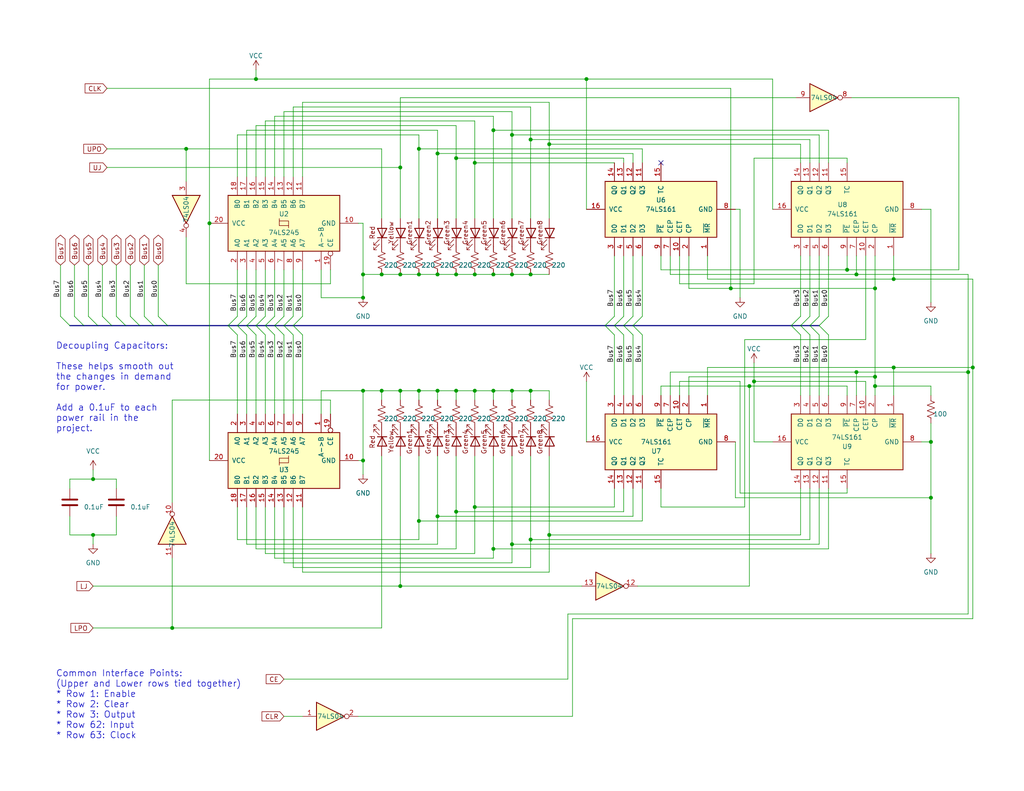
<source format=kicad_sch>
(kicad_sch (version 20211123) (generator eeschema)
  (paper "USLetter")
  (title_block (title "Program Counter Module") (date "2022-01-28") (rev "1.0"))
  (junction (at 254 120.65))
  (junction (at 134.62 74.93))
  (junction (at 104.14 106.68))
  (junction (at 139.7 36.83))
  (junction (at 25.4 146.05))
  (junction (at 129.54 44.45))
  (junction (at 149.86 39.37))
  (junction (at 109.22 74.93))
  (junction (at 233.68 101.6))
  (junction (at 104.14 74.93))
  (junction (at 119.38 41.91))
  (junction (at 99.06 106.68))
  (junction (at 243.84 76.2))
  (junction (at 139.7 74.93))
  (junction (at 99.06 74.93))
  (junction (at 129.54 106.68))
  (junction (at 265.43 100.33))
  (junction (at 238.76 78.74))
  (junction (at 69.85 21.59))
  (junction (at 231.14 73.66))
  (junction (at 264.16 101.6))
  (junction (at 99.06 125.73))
  (junction (at 243.84 100.33))
  (junction (at 205.74 104.14))
  (junction (at 238.76 102.87))
  (junction (at 139.7 106.68))
  (junction (at 254 135.89))
  (junction (at 129.54 74.93))
  (junction (at 199.39 78.74))
  (junction (at 109.22 106.68))
  (junction (at 144.78 147.32))
  (junction (at 25.4 130.81))
  (junction (at 119.38 106.68))
  (junction (at 114.3 74.93))
  (junction (at 160.02 21.59))
  (junction (at 114.3 142.24))
  (junction (at 119.38 74.93))
  (junction (at 144.78 74.93))
  (junction (at 134.62 149.86))
  (junction (at 119.38 140.97))
  (junction (at 109.22 45.72))
  (junction (at 57.15 60.96))
  (junction (at 114.3 40.64))
  (junction (at 139.7 148.59))
  (junction (at 144.78 106.68))
  (junction (at 124.46 106.68))
  (junction (at 149.86 146.05))
  (junction (at 144.78 38.1))
  (junction (at 124.46 139.7))
  (junction (at 129.54 138.43))
  (junction (at 114.3 106.68))
  (junction (at 233.68 74.93))
  (junction (at 238.76 105.41))
  (junction (at 50.8 40.64))
  (junction (at 46.99 171.45))
  (junction (at 99.06 81.28))
  (junction (at 109.22 160.02))
  (junction (at 204.47 105.41))
  (junction (at 124.46 43.18))
  (junction (at 134.62 35.56))
  (junction (at 124.46 74.93))
  (junction (at 134.62 106.68))
  (no_connect (at 180.34 44.45))
  (bus_entry (at 64.77 86.36) (size -2.54 2.54))
  (bus_entry (at 220.98 86.36) (size -2.54 2.54))
  (bus_entry (at 218.44 88.9) (size 2.54 2.54))
  (bus_entry (at 39.37 86.36) (size 2.54 2.54))
  (bus_entry (at 43.18 86.36) (size 2.54 2.54))
  (bus_entry (at 20.32 86.36) (size 2.54 2.54))
  (bus_entry (at 24.13 86.36) (size 2.54 2.54))
  (bus_entry (at 27.94 86.36) (size 2.54 2.54))
  (bus_entry (at 35.56 86.36) (size 2.54 2.54))
  (bus_entry (at 31.75 86.36) (size 2.54 2.54))
  (bus_entry (at 223.52 88.9) (size 2.54 2.54))
  (bus_entry (at 167.64 88.9) (size 2.54 2.54))
  (bus_entry (at 170.18 88.9) (size 2.54 2.54))
  (bus_entry (at 226.06 86.36) (size -2.54 2.54))
  (bus_entry (at 69.85 88.9) (size 2.54 2.54))
  (bus_entry (at 80.01 88.9) (size 2.54 2.54))
  (bus_entry (at 220.98 88.9) (size 2.54 2.54))
  (bus_entry (at 223.52 86.36) (size -2.54 2.54))
  (bus_entry (at 64.77 88.9) (size 2.54 2.54))
  (bus_entry (at 77.47 88.9) (size 2.54 2.54))
  (bus_entry (at 72.39 88.9) (size 2.54 2.54))
  (bus_entry (at 170.18 86.36) (size -2.54 2.54))
  (bus_entry (at 172.72 86.36) (size -2.54 2.54))
  (bus_entry (at 175.26 86.36) (size -2.54 2.54))
  (bus_entry (at 167.64 86.36) (size -2.54 2.54))
  (bus_entry (at 165.1 88.9) (size 2.54 2.54))
  (bus_entry (at 218.44 86.36) (size -2.54 2.54))
  (bus_entry (at 16.51 86.36) (size 2.54 2.54))
  (bus_entry (at 62.23 88.9) (size 2.54 2.54))
  (bus_entry (at 67.31 88.9) (size 2.54 2.54))
  (bus_entry (at 215.9 88.9) (size 2.54 2.54))
  (bus_entry (at 172.72 88.9) (size 2.54 2.54))
  (bus_entry (at 74.93 88.9) (size 2.54 2.54))
  (bus_entry (at 72.39 86.36) (size -2.54 2.54))
  (bus_entry (at 69.85 86.36) (size -2.54 2.54))
  (bus_entry (at 67.31 86.36) (size -2.54 2.54))
  (bus_entry (at 82.55 86.36) (size -2.54 2.54))
  (bus_entry (at 74.93 86.36) (size -2.54 2.54))
  (bus_entry (at 80.01 86.36) (size -2.54 2.54))
  (bus_entry (at 77.47 86.36) (size -2.54 2.54))
  (wire (pts (xy 182.88 69.85) (xy 182.88 74.93)))
  (wire (pts (xy 226.06 35.56) (xy 134.62 35.56)))
  (wire (pts (xy 46.99 109.22) (xy 46.99 137.16)))
  (bus (pts (xy 218.44 88.9) (xy 220.98 88.9)))
  (wire (pts (xy 119.38 140.97) (xy 172.72 140.97)))
  (wire (pts (xy 31.75 72.39) (xy 31.75 86.36)))
  (wire (pts (xy 236.22 92.71) (xy 203.2 92.71)))
  (bus (pts (xy 62.23 88.9) (xy 64.77 88.9)))
  (wire (pts (xy 226.06 69.85) (xy 226.06 86.36)))
  (wire (pts (xy 218.44 146.05) (xy 149.86 146.05)))
  (wire (pts (xy 185.42 77.47) (xy 185.42 69.85)))
  (wire (pts (xy 205.74 104.14) (xy 205.74 120.65)))
  (wire (pts (xy 114.3 36.83) (xy 114.3 40.64)))
  (wire (pts (xy 99.06 81.28) (xy 99.06 74.93)))
  (bus (pts (xy 172.72 88.9) (xy 215.9 88.9)))
  (wire (pts (xy 104.14 171.45) (xy 104.14 124.46)))
  (wire (pts (xy 199.39 24.13) (xy 199.39 78.74)))
  (wire (pts (xy 238.76 105.41) (xy 254 105.41)))
  (wire (pts (xy 175.26 133.35) (xy 175.26 142.24)))
  (wire (pts (xy 139.7 36.83) (xy 139.7 30.48)))
  (wire (pts (xy 193.04 69.85) (xy 193.04 76.2)))
  (bus (pts (xy 215.9 88.9) (xy 218.44 88.9)))
  (wire (pts (xy 264.16 74.93) (xy 264.16 101.6)))
  (wire (pts (xy 72.39 73.66) (xy 72.39 86.36)))
  (wire (pts (xy 119.38 106.68) (xy 119.38 109.22)))
  (wire (pts (xy 69.85 21.59) (xy 160.02 21.59)))
  (wire (pts (xy 172.72 133.35) (xy 172.72 140.97)))
  (wire (pts (xy 170.18 133.35) (xy 170.18 139.7)))
  (wire (pts (xy 160.02 21.59) (xy 160.02 57.15)))
  (wire (pts (xy 210.82 21.59) (xy 210.82 57.15)))
  (wire (pts (xy 226.06 133.35) (xy 226.06 149.86)))
  (wire (pts (xy 144.78 59.69) (xy 144.78 38.1)))
  (wire (pts (xy 87.63 73.66) (xy 87.63 81.28)))
  (wire (pts (xy 67.31 148.59) (xy 119.38 148.59)))
  (wire (pts (xy 119.38 124.46) (xy 119.38 140.97)))
  (wire (pts (xy 31.75 140.97) (xy 31.75 146.05)))
  (wire (pts (xy 231.14 105.41) (xy 204.47 105.41)))
  (wire (pts (xy 77.47 138.43) (xy 77.47 153.67)))
  (wire (pts (xy 139.7 74.93) (xy 144.78 74.93)))
  (wire (pts (xy 134.62 106.68) (xy 129.54 106.68)))
  (wire (pts (xy 16.51 72.39) (xy 16.51 86.36)))
  (wire (pts (xy 80.01 154.94) (xy 144.78 154.94)))
  (wire (pts (xy 74.93 31.75) (xy 74.93 48.26)))
  (wire (pts (xy 50.8 77.47) (xy 90.17 77.47)))
  (wire (pts (xy 82.55 91.44) (xy 82.55 113.03)))
  (wire (pts (xy 19.05 133.35) (xy 19.05 130.81)))
  (wire (pts (xy 67.31 148.59) (xy 67.31 138.43)))
  (wire (pts (xy 265.43 76.2) (xy 265.43 100.33)))
  (wire (pts (xy 69.85 34.29) (xy 124.46 34.29)))
  (wire (pts (xy 220.98 44.45) (xy 220.98 38.1)))
  (wire (pts (xy 69.85 149.86) (xy 124.46 149.86)))
  (bus (pts (xy 74.93 88.9) (xy 77.47 88.9)))
  (wire (pts (xy 149.86 146.05) (xy 149.86 156.21)))
  (wire (pts (xy 19.05 140.97) (xy 19.05 146.05)))
  (wire (pts (xy 20.32 72.39) (xy 20.32 86.36)))
  (wire (pts (xy 90.17 109.22) (xy 90.17 113.03)))
  (wire (pts (xy 220.98 147.32) (xy 144.78 147.32)))
  (wire (pts (xy 201.93 57.15) (xy 201.93 81.28)))
  (wire (pts (xy 82.55 138.43) (xy 82.55 156.21)))
  (wire (pts (xy 149.86 124.46) (xy 149.86 146.05)))
  (wire (pts (xy 193.04 100.33) (xy 193.04 107.95)))
  (wire (pts (xy 119.38 41.91) (xy 172.72 41.91)))
  (wire (pts (xy 134.62 149.86) (xy 134.62 152.4)))
  (wire (pts (xy 154.94 185.42) (xy 154.94 167.64)))
  (wire (pts (xy 226.06 149.86) (xy 134.62 149.86)))
  (wire (pts (xy 205.74 43.18) (xy 205.74 77.47)))
  (wire (pts (xy 109.22 106.68) (xy 104.14 106.68)))
  (wire (pts (xy 99.06 106.68) (xy 99.06 125.73)))
  (wire (pts (xy 154.94 167.64) (xy 264.16 167.64)))
  (wire (pts (xy 243.84 100.33) (xy 193.04 100.33)))
  (wire (pts (xy 172.72 91.44) (xy 172.72 107.95)))
  (wire (pts (xy 134.62 124.46) (xy 134.62 149.86)))
  (wire (pts (xy 199.39 78.74) (xy 187.96 78.74)))
  (wire (pts (xy 97.79 60.96) (xy 99.06 60.96)))
  (wire (pts (xy 129.54 44.45) (xy 167.64 44.45)))
  (bus (pts (xy 38.1 88.9) (xy 41.91 88.9)))
  (wire (pts (xy 129.54 124.46) (xy 129.54 138.43)))
  (wire (pts (xy 254 115.57) (xy 254 120.65)))
  (wire (pts (xy 238.76 78.74) (xy 238.76 102.87)))
  (wire (pts (xy 25.4 160.02) (xy 109.22 160.02)))
  (wire (pts (xy 97.79 195.58) (xy 156.21 195.58)))
  (wire (pts (xy 205.74 104.14) (xy 236.22 104.14)))
  (wire (pts (xy 39.37 72.39) (xy 39.37 86.36)))
  (wire (pts (xy 31.75 130.81) (xy 31.75 133.35)))
  (wire (pts (xy 64.77 147.32) (xy 114.3 147.32)))
  (wire (pts (xy 226.06 91.44) (xy 226.06 107.95)))
  (wire (pts (xy 43.18 72.39) (xy 43.18 86.36)))
  (wire (pts (xy 205.74 120.65) (xy 210.82 120.65)))
  (wire (pts (xy 149.86 39.37) (xy 149.86 27.94)))
  (wire (pts (xy 182.88 74.93) (xy 233.68 74.93)))
  (bus (pts (xy 30.48 88.9) (xy 34.29 88.9)))
  (wire (pts (xy 185.42 104.14) (xy 185.42 107.95)))
  (wire (pts (xy 233.68 74.93) (xy 264.16 74.93)))
  (wire (pts (xy 77.47 153.67) (xy 139.7 153.67)))
  (wire (pts (xy 74.93 91.44) (xy 74.93 113.03)))
  (wire (pts (xy 265.43 168.91) (xy 265.43 100.33)))
  (wire (pts (xy 119.38 74.93) (xy 124.46 74.93)))
  (wire (pts (xy 104.14 106.68) (xy 99.06 106.68)))
  (wire (pts (xy 109.22 160.02) (xy 158.75 160.02)))
  (wire (pts (xy 265.43 100.33) (xy 243.84 100.33)))
  (wire (pts (xy 90.17 77.47) (xy 90.17 73.66)))
  (wire (pts (xy 124.46 106.68) (xy 124.46 109.22)))
  (wire (pts (xy 109.22 124.46) (xy 109.22 160.02)))
  (wire (pts (xy 199.39 78.74) (xy 238.76 78.74)))
  (wire (pts (xy 124.46 139.7) (xy 124.46 149.86)))
  (wire (pts (xy 77.47 185.42) (xy 154.94 185.42)))
  (wire (pts (xy 149.86 39.37) (xy 218.44 39.37)))
  (wire (pts (xy 193.04 76.2) (xy 243.84 76.2)))
  (wire (pts (xy 160.02 104.14) (xy 160.02 120.65)))
  (wire (pts (xy 114.3 106.68) (xy 109.22 106.68)))
  (wire (pts (xy 35.56 72.39) (xy 35.56 86.36)))
  (wire (pts (xy 231.14 107.95) (xy 231.14 105.41)))
  (wire (pts (xy 200.66 120.65) (xy 200.66 135.89)))
  (bus (pts (xy 165.1 88.9) (xy 167.64 88.9)))
  (wire (pts (xy 69.85 19.05) (xy 69.85 21.59)))
  (wire (pts (xy 129.54 74.93) (xy 134.62 74.93)))
  (wire (pts (xy 57.15 21.59) (xy 69.85 21.59)))
  (wire (pts (xy 80.01 29.21) (xy 80.01 48.26)))
  (wire (pts (xy 201.93 134.62) (xy 201.93 104.14)))
  (wire (pts (xy 187.96 78.74) (xy 187.96 69.85)))
  (wire (pts (xy 99.06 74.93) (xy 104.14 74.93)))
  (wire (pts (xy 124.46 139.7) (xy 170.18 139.7)))
  (wire (pts (xy 218.44 44.45) (xy 218.44 39.37)))
  (wire (pts (xy 134.62 31.75) (xy 74.93 31.75)))
  (wire (pts (xy 72.39 33.02) (xy 129.54 33.02)))
  (wire (pts (xy 139.7 36.83) (xy 223.52 36.83)))
  (wire (pts (xy 46.99 171.45) (xy 104.14 171.45)))
  (wire (pts (xy 77.47 91.44) (xy 77.47 113.03)))
  (wire (pts (xy 144.78 147.32) (xy 144.78 154.94)))
  (wire (pts (xy 243.84 100.33) (xy 243.84 107.95)))
  (wire (pts (xy 175.26 69.85) (xy 175.26 86.36)))
  (wire (pts (xy 87.63 113.03) (xy 87.63 106.68)))
  (wire (pts (xy 139.7 106.68) (xy 139.7 109.22)))
  (wire (pts (xy 114.3 74.93) (xy 119.38 74.93)))
  (wire (pts (xy 109.22 106.68) (xy 109.22 109.22)))
  (wire (pts (xy 109.22 26.67) (xy 109.22 45.72)))
  (wire (pts (xy 67.31 73.66) (xy 67.31 86.36)))
  (wire (pts (xy 80.01 73.66) (xy 80.01 86.36)))
  (wire (pts (xy 149.86 59.69) (xy 149.86 39.37)))
  (wire (pts (xy 223.52 91.44) (xy 223.52 107.95)))
  (wire (pts (xy 80.01 91.44) (xy 80.01 113.03)))
  (wire (pts (xy 243.84 76.2) (xy 265.43 76.2)))
  (wire (pts (xy 233.68 101.6) (xy 233.68 107.95)))
  (wire (pts (xy 144.78 106.68) (xy 144.78 109.22)))
  (wire (pts (xy 236.22 69.85) (xy 236.22 92.71)))
  (wire (pts (xy 218.44 69.85) (xy 218.44 86.36)))
  (wire (pts (xy 57.15 60.96) (xy 57.15 125.73)))
  (wire (pts (xy 144.78 29.21) (xy 80.01 29.21)))
  (bus (pts (xy 220.98 88.9) (xy 223.52 88.9)))
  (wire (pts (xy 223.52 69.85) (xy 223.52 86.36)))
  (wire (pts (xy 29.21 40.64) (xy 50.8 40.64)))
  (wire (pts (xy 180.34 107.95) (xy 180.34 105.41)))
  (wire (pts (xy 104.14 74.93) (xy 109.22 74.93)))
  (wire (pts (xy 77.47 30.48) (xy 77.47 48.26)))
  (bus (pts (xy 77.47 88.9) (xy 80.01 88.9)))
  (wire (pts (xy 46.99 109.22) (xy 90.17 109.22)))
  (wire (pts (xy 29.21 24.13) (xy 199.39 24.13)))
  (wire (pts (xy 220.98 69.85) (xy 220.98 86.36)))
  (wire (pts (xy 109.22 45.72) (xy 109.22 59.69)))
  (wire (pts (xy 231.14 43.18) (xy 205.74 43.18)))
  (wire (pts (xy 25.4 146.05) (xy 31.75 146.05)))
  (bus (pts (xy 69.85 88.9) (xy 72.39 88.9)))
  (wire (pts (xy 231.14 133.35) (xy 231.14 134.62)))
  (wire (pts (xy 99.06 60.96) (xy 99.06 74.93)))
  (wire (pts (xy 205.74 99.06) (xy 205.74 104.14)))
  (bus (pts (xy 170.18 88.9) (xy 172.72 88.9)))
  (wire (pts (xy 149.86 106.68) (xy 144.78 106.68)))
  (bus (pts (xy 22.86 88.9) (xy 26.67 88.9)))
  (wire (pts (xy 254 120.65) (xy 254 135.89)))
  (wire (pts (xy 264.16 101.6) (xy 233.68 101.6)))
  (wire (pts (xy 180.34 133.35) (xy 180.34 138.43)))
  (wire (pts (xy 232.41 26.67) (xy 261.62 26.67)))
  (wire (pts (xy 119.38 106.68) (xy 114.3 106.68)))
  (wire (pts (xy 144.78 74.93) (xy 149.86 74.93)))
  (wire (pts (xy 180.34 138.43) (xy 203.2 138.43)))
  (wire (pts (xy 99.06 125.73) (xy 99.06 129.54)))
  (wire (pts (xy 182.88 101.6) (xy 182.88 107.95)))
  (wire (pts (xy 77.47 195.58) (xy 82.55 195.58)))
  (wire (pts (xy 170.18 43.18) (xy 170.18 44.45)))
  (wire (pts (xy 82.55 156.21) (xy 149.86 156.21)))
  (wire (pts (xy 201.93 104.14) (xy 185.42 104.14)))
  (wire (pts (xy 67.31 91.44) (xy 67.31 113.03)))
  (wire (pts (xy 25.4 128.27) (xy 25.4 130.81)))
  (wire (pts (xy 144.78 106.68) (xy 139.7 106.68)))
  (wire (pts (xy 57.15 21.59) (xy 57.15 60.96)))
  (wire (pts (xy 129.54 106.68) (xy 129.54 109.22)))
  (wire (pts (xy 50.8 64.77) (xy 50.8 77.47)))
  (wire (pts (xy 124.46 106.68) (xy 119.38 106.68)))
  (wire (pts (xy 223.52 44.45) (xy 223.52 36.83)))
  (wire (pts (xy 144.78 124.46) (xy 144.78 147.32)))
  (wire (pts (xy 50.8 40.64) (xy 104.14 40.64)))
  (wire (pts (xy 129.54 106.68) (xy 124.46 106.68)))
  (wire (pts (xy 236.22 107.95) (xy 236.22 104.14)))
  (wire (pts (xy 226.06 44.45) (xy 226.06 35.56)))
  (wire (pts (xy 27.94 72.39) (xy 27.94 86.36)))
  (wire (pts (xy 223.52 133.35) (xy 223.52 148.59)))
  (wire (pts (xy 114.3 106.68) (xy 114.3 109.22)))
  (wire (pts (xy 167.64 133.35) (xy 167.64 138.43)))
  (wire (pts (xy 25.4 146.05) (xy 25.4 148.59)))
  (wire (pts (xy 69.85 48.26) (xy 69.85 34.29)))
  (wire (pts (xy 119.38 41.91) (xy 119.38 59.69)))
  (wire (pts (xy 218.44 91.44) (xy 218.44 107.95)))
  (wire (pts (xy 74.93 73.66) (xy 74.93 86.36)))
  (wire (pts (xy 167.64 69.85) (xy 167.64 86.36)))
  (wire (pts (xy 187.96 102.87) (xy 238.76 102.87)))
  (wire (pts (xy 264.16 101.6) (xy 264.16 167.64)))
  (wire (pts (xy 80.01 138.43) (xy 80.01 154.94)))
  (wire (pts (xy 77.47 73.66) (xy 77.47 86.36)))
  (wire (pts (xy 124.46 34.29) (xy 124.46 43.18)))
  (wire (pts (xy 139.7 30.48) (xy 77.47 30.48)))
  (wire (pts (xy 238.76 78.74) (xy 238.76 69.85)))
  (wire (pts (xy 167.64 91.44) (xy 167.64 107.95)))
  (wire (pts (xy 119.38 35.56) (xy 119.38 41.91)))
  (wire (pts (xy 156.21 168.91) (xy 265.43 168.91)))
  (wire (pts (xy 144.78 38.1) (xy 220.98 38.1)))
  (wire (pts (xy 119.38 140.97) (xy 119.38 148.59)))
  (wire (pts (xy 173.99 160.02) (xy 204.47 160.02)))
  (wire (pts (xy 64.77 91.44) (xy 64.77 113.03)))
  (wire (pts (xy 104.14 40.64) (xy 104.14 59.69)))
  (wire (pts (xy 243.84 69.85) (xy 243.84 76.2)))
  (wire (pts (xy 175.26 40.64) (xy 175.26 44.45)))
  (wire (pts (xy 24.13 72.39) (xy 24.13 86.36)))
  (wire (pts (xy 50.8 40.64) (xy 50.8 49.53)))
  (wire (pts (xy 251.46 57.15) (xy 254 57.15)))
  (wire (pts (xy 231.14 69.85) (xy 231.14 73.66)))
  (bus (pts (xy 26.67 88.9) (xy 30.48 88.9)))
  (wire (pts (xy 167.64 138.43) (xy 129.54 138.43)))
  (wire (pts (xy 238.76 105.41) (xy 238.76 107.95)))
  (wire (pts (xy 114.3 40.64) (xy 175.26 40.64)))
  (wire (pts (xy 233.68 101.6) (xy 182.88 101.6)))
  (wire (pts (xy 72.39 151.13) (xy 129.54 151.13)))
  (wire (pts (xy 170.18 91.44) (xy 170.18 107.95)))
  (wire (pts (xy 69.85 91.44) (xy 69.85 113.03)))
  (wire (pts (xy 160.02 21.59) (xy 210.82 21.59)))
  (wire (pts (xy 217.17 26.67) (xy 109.22 26.67)))
  (wire (pts (xy 67.31 35.56) (xy 119.38 35.56)))
  (bus (pts (xy 167.64 88.9) (xy 170.18 88.9)))
  (wire (pts (xy 220.98 91.44) (xy 220.98 107.95)))
  (wire (pts (xy 72.39 48.26) (xy 72.39 33.02)))
  (wire (pts (xy 25.4 130.81) (xy 31.75 130.81)))
  (wire (pts (xy 82.55 73.66) (xy 82.55 86.36)))
  (wire (pts (xy 187.96 107.95) (xy 187.96 102.87)))
  (wire (pts (xy 19.05 130.81) (xy 25.4 130.81)))
  (bus (pts (xy 67.31 88.9) (xy 69.85 88.9)))
  (wire (pts (xy 220.98 133.35) (xy 220.98 147.32)))
  (wire (pts (xy 156.21 195.58) (xy 156.21 168.91)))
  (wire (pts (xy 74.93 152.4) (xy 134.62 152.4)))
  (wire (pts (xy 134.62 106.68) (xy 134.62 109.22)))
  (wire (pts (xy 139.7 106.68) (xy 134.62 106.68)))
  (wire (pts (xy 114.3 40.64) (xy 114.3 59.69)))
  (wire (pts (xy 254 135.89) (xy 254 151.13)))
  (wire (pts (xy 254 57.15) (xy 254 82.55)))
  (wire (pts (xy 129.54 33.02) (xy 129.54 44.45)))
  (wire (pts (xy 200.66 57.15) (xy 201.93 57.15)))
  (wire (pts (xy 172.72 69.85) (xy 172.72 86.36)))
  (bus (pts (xy 41.91 88.9) (xy 45.72 88.9)))
  (wire (pts (xy 175.26 91.44) (xy 175.26 107.95)))
  (bus (pts (xy 64.77 88.9) (xy 67.31 88.9)))
  (wire (pts (xy 223.52 148.59) (xy 139.7 148.59)))
  (bus (pts (xy 72.39 88.9) (xy 74.93 88.9)))
  (wire (pts (xy 204.47 105.41) (xy 204.47 160.02)))
  (wire (pts (xy 64.77 73.66) (xy 64.77 86.36)))
  (wire (pts (xy 124.46 124.46) (xy 124.46 139.7)))
  (wire (pts (xy 238.76 102.87) (xy 238.76 105.41)))
  (bus (pts (xy 45.72 88.9) (xy 62.23 88.9)))
  (wire (pts (xy 97.79 125.73) (xy 99.06 125.73)))
  (wire (pts (xy 134.62 35.56) (xy 134.62 59.69)))
  (bus (pts (xy 19.05 88.9) (xy 22.86 88.9)))
  (wire (pts (xy 200.66 135.89) (xy 254 135.89)))
  (bus (pts (xy 80.01 88.9) (xy 165.1 88.9)))
  (wire (pts (xy 114.3 124.46) (xy 114.3 142.24)))
  (wire (pts (xy 149.86 27.94) (xy 82.55 27.94)))
  (wire (pts (xy 261.62 26.67) (xy 261.62 73.66)))
  (wire (pts (xy 205.74 77.47) (xy 185.42 77.47)))
  (wire (pts (xy 170.18 69.85) (xy 170.18 86.36)))
  (wire (pts (xy 104.14 106.68) (xy 104.14 109.22)))
  (wire (pts (xy 129.54 44.45) (xy 129.54 59.69)))
  (wire (pts (xy 25.4 171.45) (xy 46.99 171.45)))
  (wire (pts (xy 231.14 44.45) (xy 231.14 43.18)))
  (wire (pts (xy 64.77 147.32) (xy 64.77 138.43)))
  (wire (pts (xy 180.34 73.66) (xy 180.34 69.85)))
  (wire (pts (xy 144.78 38.1) (xy 144.78 29.21)))
  (wire (pts (xy 69.85 73.66) (xy 69.85 86.36)))
  (wire (pts (xy 149.86 109.22) (xy 149.86 106.68)))
  (wire (pts (xy 231.14 73.66) (xy 180.34 73.66)))
  (wire (pts (xy 139.7 148.59) (xy 139.7 153.67)))
  (wire (pts (xy 172.72 44.45) (xy 172.72 41.91)))
  (wire (pts (xy 29.21 45.72) (xy 109.22 45.72)))
  (wire (pts (xy 109.22 74.93) (xy 114.3 74.93)))
  (wire (pts (xy 129.54 138.43) (xy 129.54 151.13)))
  (wire (pts (xy 124.46 74.93) (xy 129.54 74.93)))
  (wire (pts (xy 139.7 124.46) (xy 139.7 148.59)))
  (wire (pts (xy 218.44 133.35) (xy 218.44 146.05)))
  (wire (pts (xy 87.63 81.28) (xy 99.06 81.28)))
  (wire (pts (xy 67.31 48.26) (xy 67.31 35.56)))
  (wire (pts (xy 82.55 27.94) (xy 82.55 48.26)))
  (wire (pts (xy 124.46 43.18) (xy 170.18 43.18)))
  (wire (pts (xy 134.62 31.75) (xy 134.62 35.56)))
  (wire (pts (xy 251.46 120.65) (xy 254 120.65)))
  (wire (pts (xy 87.63 106.68) (xy 99.06 106.68)))
  (wire (pts (xy 114.3 142.24) (xy 114.3 147.32)))
  (wire (pts (xy 74.93 138.43) (xy 74.93 152.4)))
  (wire (pts (xy 203.2 92.71) (xy 203.2 138.43)))
  (bus (pts (xy 34.29 88.9) (xy 38.1 88.9)))
  (wire (pts (xy 19.05 146.05) (xy 25.4 146.05)))
  (wire (pts (xy 114.3 142.24) (xy 175.26 142.24)))
  (wire (pts (xy 231.14 134.62) (xy 201.93 134.62)))
  (wire (pts (xy 64.77 36.83) (xy 114.3 36.83)))
  (wire (pts (xy 233.68 69.85) (xy 233.68 74.93)))
  (wire (pts (xy 69.85 138.43) (xy 69.85 149.86)))
  (wire (pts (xy 124.46 43.18) (xy 124.46 59.69)))
  (wire (pts (xy 72.39 91.44) (xy 72.39 113.03)))
  (wire (pts (xy 72.39 138.43) (xy 72.39 151.13)))
  (wire (pts (xy 134.62 74.93) (xy 139.7 74.93)))
  (wire (pts (xy 180.34 105.41) (xy 204.47 105.41)))
  (wire (pts (xy 139.7 59.69) (xy 139.7 36.83)))
  (wire (pts (xy 46.99 152.4) (xy 46.99 171.45)))
  (wire (pts (xy 261.62 73.66) (xy 231.14 73.66)))
  (wire (pts (xy 254 107.95) (xy 254 105.41)))
  (wire (pts (xy 64.77 48.26) (xy 64.77 36.83)))
  (text "Common Interface Points:\n(Upper and Lower rows tied together)\n* Row 1: Enable\n* Row 2: Clear\n* Row 3: Output\n* Row 62: Input\n* Row 63: Clock" (at 15.24 201.93 0) (effects (font (size 1.75 1.75)) (justify left bottom)))
  (text "Decoupling Capacitors:\n\nThese helps smooth out \nthe changes in demand \nfor power.\n\nAdd a 0.1uF to each \npower rail in the \nproject." (at 15.24 118.11 0) (effects (font (size 1.75 1.75)) (justify left bottom)))
  (label "Bus3" (at 218.44 99.06 90))
  (label "Bus3" (at 74.93 85.09 90))
  (label "Bus4" (at 72.39 85.09 90))
  (label "Bus1" (at 39.37 81.28 90))
  (label "Bus6" (at 67.31 97.79 90))
  (label "Bus4" (at 175.26 83.82 90))
  (label "Bus0" (at 43.18 81.28 90))
  (label "Bus6" (at 170.18 99.06 90))
  (label "Bus1" (at 80.01 97.79 90))
  (label "Bus0" (at 82.55 85.09 90))
  (label "Bus0" (at 226.06 99.06 90))
  (label "Bus2" (at 35.56 81.28 90))
  (label "Bus4" (at 72.39 97.79 90))
  (label "Bus6" (at 20.32 81.28 90))
  (label "Bus2" (at 77.47 85.09 90))
  (label "Bus7" (at 167.64 83.82 90))
  (label "Bus0" (at 226.06 83.82 90))
  (label "Bus5" (at 24.13 81.28 90))
  (label "Bus5" (at 172.72 83.82 90))
  (label "Bus1" (at 223.52 83.82 90))
  (label "Bus7" (at 167.64 99.06 90))
  (label "Bus7" (at 16.51 81.28 90))
  (label "Bus3" (at 31.75 81.28 90))
  (label "Bus6" (at 67.31 85.09 90))
  (label "Bus7" (at 64.77 97.79 90))
  (label "Bus6" (at 170.18 83.82 90))
  (label "Bus2" (at 77.47 97.79 90))
  (label "Bus4" (at 175.26 99.06 90))
  (label "Bus5" (at 172.72 99.06 90))
  (label "Bus1" (at 80.01 85.09 90))
  (label "Bus5" (at 69.85 97.79 90))
  (label "Bus4" (at 27.94 81.28 90))
  (label "Bus1" (at 223.52 99.06 90))
  (label "Bus7" (at 64.77 85.09 90))
  (label "Bus0" (at 82.55 97.79 90))
  (label "Bus3" (at 218.44 83.82 90))
  (label "Bus2" (at 220.98 83.82 90))
  (label "Bus2" (at 220.98 99.06 90))
  (label "Bus5" (at 69.85 85.09 90))
  (label "Bus3" (at 74.93 97.79 90))
  (global_label "CLK" (shape input) (at 29.21 24.13 180) (property "Intersheet References" "${INTERSHEET_REFS}" (effects hide)))
  (global_label "UPO" (shape input) (at 29.21 40.64 180) (property "Intersheet References" "${INTERSHEET_REFS}" (effects hide)))
  (global_label "CE" (shape input) (at 77.47 185.42 180) (property "Intersheet References" "${INTERSHEET_REFS}" (effects hide)))
  (global_label "LJ" (shape input) (at 25.4 160.02 180) (property "Intersheet References" "${INTERSHEET_REFS}" (effects hide)))
  (global_label "CLR" (shape input) (at 77.47 195.58 180) (property "Intersheet References" "${INTERSHEET_REFS}" (effects hide)))
  (global_label "Bus4" (shape bidirectional) (at 27.94 72.39 90) (property "Intersheet References" "${INTERSHEET_REFS}" (effects hide)))
  (global_label "Bus1" (shape bidirectional) (at 39.37 72.39 90) (property "Intersheet References" "${INTERSHEET_REFS}" (effects hide)))
  (global_label "UJ" (shape input) (at 29.21 45.72 180) (property "Intersheet References" "${INTERSHEET_REFS}" (effects hide)))
  (global_label "Bus3" (shape bidirectional) (at 31.75 72.39 90) (property "Intersheet References" "${INTERSHEET_REFS}" (effects hide)))
  (global_label "LPO" (shape input) (at 25.4 171.45 180) (property "Intersheet References" "${INTERSHEET_REFS}" (effects hide)))
  (global_label "Bus7" (shape bidirectional) (at 16.51 72.39 90) (property "Intersheet References" "${INTERSHEET_REFS}" (effects hide)))
  (global_label "Bus5" (shape bidirectional) (at 24.13 72.39 90) (property "Intersheet References" "${INTERSHEET_REFS}" (effects hide)))
  (global_label "Bus2" (shape bidirectional) (at 35.56 72.39 90) (property "Intersheet References" "${INTERSHEET_REFS}" (effects hide)))
  (global_label "Bus6" (shape bidirectional) (at 20.32 72.39 90) (property "Intersheet References" "${INTERSHEET_REFS}" (effects hide)))
  (global_label "Bus0" (shape bidirectional) (at 43.18 72.39 90) (property "Intersheet References" "${INTERSHEET_REFS}" (effects hide)))
  (symbol (lib_name "SB1R1Y8G_LED_14") (lib_id "SB1R1Y8G_LED:SB1R1Y8G_LED") (at 134.62 63.5 90) (unit 7)
    (property "Reference" "U4" (effects hide))
    (property "Value" "SB1R1Y8G_LED" (effects hide))
  )
  (symbol (lib_name "SB1R1Y8G_LED_2") (lib_id "SB1R1Y8G_LED:SB1R1Y8G_LED") (at 149.86 120.65 90) (mirror x) (unit 10)
    (property "Reference" "U5" (effects hide))
    (property "Value" "SB1R1Y8G_LED" (effects hide))
  )
  (symbol (lib_name "SB1R1Y8G_LED_11") (lib_id "SB1R1Y8G_LED:SB1R1Y8G_LED") (at 124.46 63.5 90) (unit 5)
    (property "Reference" "U4" (effects hide))
    (property "Value" "SB1R1Y8G_LED" (effects hide))
  )
  (symbol (lib_id "power:GND") (at 254 151.13 0) (unit 1)
    (property "Reference" "#PWR0102" (effects hide))
    (property "Value" "GND" (at 254 156.21 0))
  )
  (symbol (lib_id "Device:R_US") (at 254 111.76 0) (unit 1)
    (property "Reference" "R21" (effects hide))
    (property "Value" "100" (at 256.54 113.0299 0))
  )
  (symbol (lib_id "power:VCC") (at 69.85 19.05 0) (unit 1)
    (property "Reference" "#PWR0106" (effects hide))
    (property "Value" "VCC" (at 69.85 15.24 0))
  )
  (symbol (lib_id "SB1R1Y8G_LED:SB1R1Y8G_LED") (at 144.78 63.5 90) (unit 9)
    (property "Reference" "U4" (effects hide))
    (property "Value" "SB1R1Y8G_LED" (effects hide))
  )
  (symbol (lib_name "SB1R1Y8G_LED_15") (lib_id "SB1R1Y8G_LED:SB1R1Y8G_LED") (at 129.54 63.5 90) (unit 6)
    (property "Reference" "U4" (effects hide))
    (property "Value" "SB1R1Y8G_LED" (effects hide))
  )
  (symbol (lib_name "SB1R1Y8G_LED_18") (lib_id "SB1R1Y8G_LED:SB1R1Y8G_LED") (at 104.14 63.5 90) (unit 1)
    (property "Reference" "U4" (effects hide))
    (property "Value" "SB1R1Y8G_LED" (effects hide))
  )
  (symbol (lib_name "SB1R1Y8G_LED_6") (lib_id "SB1R1Y8G_LED:SB1R1Y8G_LED") (at 129.54 120.65 90) (mirror x) (unit 6)
    (property "Reference" "U5" (effects hide))
    (property "Value" "SB1R1Y8G_LED" (effects hide))
  )
  (symbol (lib_id "Device:R_US") (at 104.14 113.03 0) (unit 1)
    (property "Reference" "R2" (effects hide))
    (property "Value" "220" (at 106.68 114.2999 0))
  )
  (symbol (lib_name "SB1R1Y8G_LED_19") (lib_id "SB1R1Y8G_LED:SB1R1Y8G_LED") (at 149.86 63.5 90) (unit 10)
    (property "Reference" "U4" (effects hide))
    (property "Value" "SB1R1Y8G_LED" (effects hide))
  )
  (symbol (lib_name "SB1R1Y8G_LED_7") (lib_id "SB1R1Y8G_LED:SB1R1Y8G_LED") (at 119.38 120.65 90) (mirror x) (unit 4)
    (property "Reference" "U5" (effects hide))
    (property "Value" "SB1R1Y8G_LED" (effects hide))
  )
  (symbol (lib_id "power:GND") (at 201.93 81.28 0) (unit 1)
    (property "Reference" "#PWR0103" (effects hide))
    (property "Value" "GND" (at 201.93 86.36 0))
  )
  (symbol (lib_id "74xx:74LS245") (at 77.47 60.96 90) (unit 1)
    (property "Reference" "U2" (at 77.47 58.42 90))
    (property "Value" "74LS245" (at 77.47 63.5 90))
    (property "Datasheet" "http://www.ti.com/lit/gpn/sn74LS245" (effects hide))
  )
  (symbol (lib_id "74xx:74LS161") (at 231.14 57.15 90) (unit 1)
    (property "Reference" "U8" (at 229.87 55.88 90))
    (property "Value" "74LS161" (at 229.87 58.42 90))
    (property "Datasheet" "http://www.ti.com/lit/gpn/sn74LS161" (effects hide))
  )
  (symbol (lib_id "power:GND") (at 254 82.55 0) (unit 1)
    (property "Reference" "#PWR0104" (effects hide))
    (property "Value" "GND" (at 254 87.63 0))
  )
  (symbol (lib_id "power:GND") (at 99.06 81.28 0) (unit 1)
    (property "Reference" "#PWR0107" (effects hide))
    (property "Value" "GND" (at 99.06 86.36 0))
  )
  (symbol (lib_name "SB1R1Y8G_LED_17") (lib_id "SB1R1Y8G_LED:SB1R1Y8G_LED") (at 109.22 63.5 90) (unit 2)
    (property "Reference" "U4" (effects hide))
    (property "Value" "SB1R1Y8G_LED" (effects hide))
  )
  (symbol (lib_id "power:VCC") (at 25.4 128.27 0) (unit 1)
    (property "Reference" "#PWR?" (effects hide))
    (property "Value" "VCC" (at 25.4 123.19 0))
  )
  (symbol (lib_id "Device:R_US") (at 144.78 71.12 0) (unit 1)
    (property "Reference" "R17" (effects hide))
    (property "Value" "220" (at 147.32 72.3899 0))
  )
  (symbol (lib_id "Device:R_US") (at 124.46 113.03 0) (unit 1)
    (property "Reference" "R10" (effects hide))
    (property "Value" "220" (at 127 114.2999 0))
  )
  (symbol (lib_id "power:VCC") (at 205.74 99.06 0) (unit 1)
    (property "Reference" "#PWR0101" (effects hide))
    (property "Value" "VCC" (at 205.74 95.25 0))
  )
  (symbol (lib_id "Device:R_US") (at 109.22 71.12 0) (unit 1)
    (property "Reference" "R3" (effects hide))
    (property "Value" "220" (at 111.76 72.3899 0))
  )
  (symbol (lib_name "SB1R1Y8G_LED_10") (lib_id "SB1R1Y8G_LED:SB1R1Y8G_LED") (at 109.22 120.65 90) (mirror x) (unit 2)
    (property "Reference" "U5" (effects hide))
    (property "Value" "SB1R1Y8G_LED" (effects hide))
  )
  (symbol (lib_id "Device:R_US") (at 119.38 71.12 0) (unit 1)
    (property "Reference" "R7" (effects hide))
    (property "Value" "220" (at 121.92 72.3899 0))
  )
  (symbol (lib_id "74xx:74LS04") (at 90.17 195.58 0) (unit 1)
    (property "Reference" "U?" (effects hide))
    (property "Value" "74LS04" (at 90.17 195.58 0))
    (property "Datasheet" "http://www.ti.com/lit/gpn/sn74LS04" (effects hide))
  )
  (symbol (lib_name "SB1R1Y8G_LED_5") (lib_id "SB1R1Y8G_LED:SB1R1Y8G_LED") (at 139.7 120.65 90) (mirror x) (unit 8)
    (property "Reference" "U5" (effects hide))
    (property "Value" "SB1R1Y8G_LED" (effects hide))
  )
  (symbol (lib_name "SB1R1Y8G_LED_3") (lib_id "SB1R1Y8G_LED:SB1R1Y8G_LED") (at 124.46 120.65 90) (mirror x) (unit 5)
    (property "Reference" "U5" (effects hide))
    (property "Value" "SB1R1Y8G_LED" (effects hide))
  )
  (symbol (lib_id "Device:R_US") (at 149.86 71.12 0) (unit 1)
    (property "Reference" "R19" (effects hide))
    (property "Value" "220" (at 152.4 72.3899 0))
  )
  (symbol (lib_name "SB1R1Y8G_LED_9") (lib_id "SB1R1Y8G_LED:SB1R1Y8G_LED") (at 114.3 120.65 90) (mirror x) (unit 3)
    (property "Reference" "U5" (effects hide))
    (property "Value" "SB1R1Y8G_LED" (effects hide))
  )
  (symbol (lib_id "Device:R_US") (at 124.46 71.12 0) (unit 1)
    (property "Reference" "R9" (effects hide))
    (property "Value" "220" (at 127 72.3899 0))
  )
  (symbol (lib_id "power:GND") (at 99.06 129.54 0) (unit 1)
    (property "Reference" "#PWR0105" (effects hide))
    (property "Value" "GND" (at 99.06 134.62 0))
  )
  (symbol (lib_id "Device:R_US") (at 144.78 113.03 0) (unit 1)
    (property "Reference" "R18" (effects hide))
    (property "Value" "220" (at 147.32 114.2999 0))
  )
  (symbol (lib_id "74xx:74LS161") (at 231.14 120.65 90) (mirror x) (unit 1)
    (property "Reference" "U9" (at 231.14 121.92 90))
    (property "Value" "74LS161" (at 231.14 119.38 90))
    (property "Datasheet" "http://www.ti.com/lit/gpn/sn74LS161" (effects hide))
  )
  (symbol (lib_id "74xx:74LS04") (at 46.99 144.78 90) (unit 5)
    (property "Reference" "U1" (effects hide))
    (property "Value" "74LS04" (at 46.99 142.24 0) (effects (justify right)))
    (property "Datasheet" "http://www.ti.com/lit/gpn/sn74LS04" (effects hide))
  )
  (symbol (lib_name "SB1R1Y8G_LED_13") (lib_id "SB1R1Y8G_LED:SB1R1Y8G_LED") (at 139.7 63.5 90) (unit 8)
    (property "Reference" "U4" (effects hide))
    (property "Value" "SB1R1Y8G_LED" (effects hide))
  )
  (symbol (lib_id "Device:R_US") (at 114.3 71.12 0) (unit 1)
    (property "Reference" "R5" (effects hide))
    (property "Value" "220" (at 116.84 72.3899 0))
  )
  (symbol (lib_id "74xx:74LS161") (at 180.34 57.15 90) (unit 1)
    (property "Reference" "U6" (at 180.34 54.61 90))
    (property "Value" "74LS161" (at 180.34 57.15 90))
    (property "Datasheet" "http://www.ti.com/lit/gpn/sn74LS161" (effects hide))
  )
  (symbol (lib_name "SB1R1Y8G_LED_12") (lib_id "SB1R1Y8G_LED:SB1R1Y8G_LED") (at 119.38 63.5 90) (unit 4)
    (property "Reference" "U4" (effects hide))
    (property "Value" "SB1R1Y8G_LED" (effects hide))
  )
  (symbol (lib_id "Device:R_US") (at 129.54 71.12 0) (unit 1)
    (property "Reference" "R11" (effects hide))
    (property "Value" "220" (at 132.08 72.3899 0))
  )
  (symbol (lib_id "74xx:74LS04") (at 224.79 26.67 0) (unit 4)
    (property "Reference" "U1" (effects hide))
    (property "Value" "74LS04" (at 224.79 26.67 0))
    (property "Datasheet" "http://www.ti.com/lit/gpn/sn74LS04" (effects hide))
  )
  (symbol (lib_id "power:GND") (at 25.4 148.59 0) (unit 1)
    (property "Reference" "#PWR?" (effects hide))
    (property "Value" "GND" (at 25.4 153.67 0))
  )
  (symbol (lib_name "SB1R1Y8G_LED_16") (lib_id "SB1R1Y8G_LED:SB1R1Y8G_LED") (at 114.3 63.5 90) (unit 3)
    (property "Reference" "U4" (effects hide))
    (property "Value" "SB1R1Y8G_LED" (effects hide))
  )
  (symbol (lib_id "Device:R_US") (at 119.38 113.03 0) (unit 1)
    (property "Reference" "R8" (effects hide))
    (property "Value" "220" (at 121.92 114.2999 0))
  )
  (symbol (lib_id "74xx:74LS04") (at 166.37 160.02 0) (mirror x) (unit 6)
    (property "Reference" "U1" (effects hide))
    (property "Value" "74LS04" (at 162.56 160.02 0) (effects (justify left)))
    (property "Datasheet" "http://www.ti.com/lit/gpn/sn74LS04" (effects hide))
  )
  (symbol (lib_name "SB1R1Y8G_LED_4") (lib_id "SB1R1Y8G_LED:SB1R1Y8G_LED") (at 134.62 120.65 90) (mirror x) (unit 7)
    (property "Reference" "U5" (effects hide))
    (property "Value" "SB1R1Y8G_LED" (effects hide))
  )
  (symbol (lib_id "power:VCC") (at 160.02 104.14 0) (unit 1)
    (property "Reference" "#PWR0108" (effects hide))
    (property "Value" "VCC" (at 160.02 100.33 0))
  )
  (symbol (lib_id "74xx:74LS161") (at 180.34 120.65 90) (mirror x) (unit 1)
    (property "Reference" "U7" (at 179.07 123.19 90))
    (property "Value" "74LS161" (at 179.07 120.65 90))
    (property "Datasheet" "http://www.ti.com/lit/gpn/sn74LS161" (effects hide))
  )
  (symbol (lib_name "SB1R1Y8G_LED_8") (lib_id "SB1R1Y8G_LED:SB1R1Y8G_LED") (at 104.14 120.65 90) (mirror x) (unit 1)
    (property "Reference" "U5" (effects hide))
    (property "Value" "SB1R1Y8G_LED" (effects hide))
  )
  (symbol (lib_id "Device:R_US") (at 129.54 113.03 0) (unit 1)
    (property "Reference" "R12" (effects hide))
    (property "Value" "220" (at 132.08 114.2999 0))
  )
  (symbol (lib_id "Device:C") (at 19.05 137.16 0) (unit 1)
    (property "Reference" "C?" (effects hide))
    (property "Value" "0.1uF" (at 22.86 138.4299 0) (effects (justify left)))
  )
  (symbol (lib_id "Device:R_US") (at 104.14 71.12 0) (unit 1)
    (property "Reference" "R1" (effects hide))
    (property "Value" "220" (at 106.68 72.3899 0))
  )
  (symbol (lib_id "Device:R_US") (at 134.62 113.03 0) (unit 1)
    (property "Reference" "R14" (effects hide))
    (property "Value" "220" (at 137.16 114.2999 0))
  )
  (symbol (lib_id "74xx:74LS04") (at 50.8 57.15 270) (unit 2)
    (property "Reference" "U1" (effects hide))
    (property "Value" "74LS04" (at 50.8 57.15 0))
    (property "Datasheet" "http://www.ti.com/lit/gpn/sn74LS04" (effects hide))
  )
  (symbol (lib_id "Device:R_US") (at 114.3 113.03 0) (unit 1)
    (property "Reference" "R6" (effects hide))
    (property "Value" "220" (at 116.84 114.2999 0))
  )
  (symbol (lib_id "Device:R_US") (at 109.22 113.03 0) (unit 1)
    (property "Reference" "R4" (effects hide))
    (property "Value" "220" (at 111.76 114.2999 0))
  )
  (symbol (lib_id "Device:R_US") (at 134.62 71.12 0) (unit 1)
    (property "Reference" "R13" (effects hide))
    (property "Value" "220" (at 137.16 72.3899 0))
  )
  (symbol (lib_id "Device:C") (at 31.75 137.16 0) (unit 1)
    (property "Reference" "C?" (effects hide))
    (property "Value" "0.1uF" (at 35.56 138.4299 0) (effects (justify left)))
  )
  (symbol (lib_name "SB1R1Y8G_LED_1") (lib_id "SB1R1Y8G_LED:SB1R1Y8G_LED") (at 144.78 120.65 90) (mirror x) (unit 9)
    (property "Reference" "U5" (effects hide))
    (property "Value" "SB1R1Y8G_LED" (effects hide))
  )
  (symbol (lib_id "Device:R_US") (at 139.7 71.12 0) (unit 1)
    (property "Reference" "R15" (effects hide))
    (property "Value" "220" (at 142.24 72.3899 0))
  )
  (symbol (lib_id "74xx:74LS245") (at 77.47 125.73 90) (mirror x) (unit 1)
    (property "Reference" "U3" (at 77.47 128.27 90))
    (property "Value" "74LS245" (at 77.47 123.19 90))
    (property "Datasheet" "http://www.ti.com/lit/gpn/sn74LS245" (effects hide))
  )
  (symbol (lib_id "Device:R_US") (at 139.7 113.03 0) (unit 1)
    (property "Reference" "R16" (effects hide))
    (property "Value" "220" (at 142.24 114.2999 0))
  )
  (symbol (lib_id "Device:R_US") (at 149.86 113.03 0) (unit 1)
    (property "Reference" "R20" (effects hide))
    (property "Value" "220" (at 152.4 114.2999 0))
  )
)
</source>
